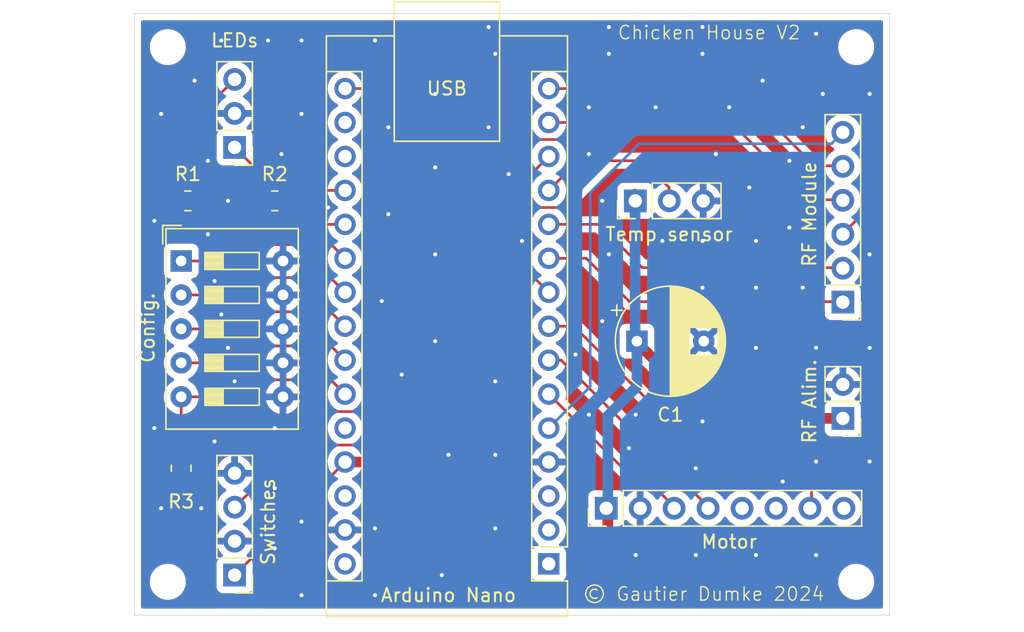
<source format=kicad_pcb>
(kicad_pcb (version 20240108) (generator "pcbnew") (generator_version "8.0")
  (layers (0 "F.Cu" signal) (31 "B.Cu" signal) (34 "B.Paste" user) (35 "F.Paste" user) (36 "B.SilkS" user "B.Silkscreen") (37 "F.SilkS" user "F.Silkscreen") (38 "B.Mask" user) (39 "F.Mask" user) (44 "Edge.Cuts" user))
  (net 0 "")
  (net 1 "Net-(A1-D7)")
  (net 3 "Net-(A1-D11)")
  (net 4 "Net-(A1-A0)")
  (net 5 "Net-(A1-D2)")
  (net 8 "Net-(A1-D10)")
  (net 9 "Net-(A1-D3)")
  (net 10 "Net-(A1-A3)")
  (net 12 "Net-(A1-A5)")
  (net 14 "+5V")
  (net 15 "Net-(A1-D9)")
  (net 16 "Net-(A1-D6)")
  (net 17 "Net-(A1-D4)")
  (net 20 "Net-(A1-A2)")
  (net 21 "Net-(A1-A1)")
  (net 22 "Net-(A1-D5)")
  (net 23 "Net-(A1-A4)")
  (net 24 "GND")
  (net 25 "Net-(A1-A6)")
  (net 26 "Net-(A1-D13)")
  (net 27 "Net-(A1-D12)")
  (net 29 "Net-(J1-Pin_1)")
  (net 30 "Net-(J1-Pin_3)")
  (net 34 "Net-(A1-D8)")
  (footprint "Resistor_SMD:R_0805_2012Metric" (layer "F.Cu") (at 127 108 90)
    (property "Reference" "R3" (at -2.5 0 0) (layer "F.SilkS"))
    (property "Value" "470")
    (pad "1" smd roundrect (at -0.9125 0 90) (size 1.025 1.4) (layers "F.Cu" "F.Paste" "F.Mask") (roundrect_rratio 0.243902) (net 14 "+5V"))
    (pad "2" smd roundrect (at 0.9125 0 90) (size 1.025 1.4) (layers "F.Cu" "F.Paste" "F.Mask") (roundrect_rratio 0.243902) (net 25 "Net-(A1-A6)"))
  )
  (footprint "Connector_PinHeader_2.54mm:PinHeader_1x03_P2.54mm_Vertical" (layer "F.Cu") (at 160.975 88 90)
    (property "Reference" "Temp sensor" (at -2.5 2.525 0) (layer "F.SilkS"))
    (property "Value" "Temperature")
    (pad "1" thru_hole rect (at 0 0 90) (size 1.7 1.7) (drill 1) (layers "*.Cu" "*.Mask") (net 14 "+5V"))
    (pad "2" thru_hole oval (at 0 2.54 90) (size 1.7 1.7) (drill 1) (layers "*.Cu" "*.Mask") (net 16 "Net-(A1-D6)"))
    (pad "3" thru_hole oval (at 0 5.08 90) (size 1.7 1.7) (drill 1) (layers "*.Cu" "*.Mask") (net 24 "GND"))
  )
  (footprint "Connector_PinHeader_2.54mm:PinHeader_1x04_P2.54mm_Vertical" (layer "F.Cu") (at 131 116 180)
    (property "Reference" "Switches" (at -2.5 4 90) (layer "F.SilkS"))
    (property "Value" "Switches")
    (pad "1" thru_hole rect (at 0 0 180) (size 1.7 1.7) (drill 1) (layers "*.Cu" "*.Mask") (net 8 "Net-(A1-D10)"))
    (pad "2" thru_hole oval (at 0 2.54 180) (size 1.7 1.7) (drill 1) (layers "*.Cu" "*.Mask") (net 24 "GND"))
    (pad "3" thru_hole oval (at 0 5.08 180) (size 1.7 1.7) (drill 1) (layers "*.Cu" "*.Mask") (net 15 "Net-(A1-D9)"))
    (pad "4" thru_hole oval (at 0 7.62 180) (size 1.7 1.7) (drill 1) (layers "*.Cu" "*.Mask") (net 24 "GND"))
  )
  (footprint "Button_Switch_THT:SW_DIP_SPSTx05_Slide_9.78x14.88mm_W7.62mm_P2.54mm" (layer "F.Cu") (at 127 92.5)
    (property "Reference" "Config." (at -2.5 5 90) (layer "F.SilkS"))
    (property "Value" "SW_DIP_x05")
    (pad "1" thru_hole rect (at 0 0) (size 1.6 1.6) (drill 0.8) (layers "*.Cu" "*.Mask") (net 20 "Net-(A1-A2)"))
    (pad "2" thru_hole oval (at 0 2.54) (size 1.6 1.6) (drill 0.8) (layers "*.Cu" "*.Mask") (net 10 "Net-(A1-A3)"))
    (pad "3" thru_hole oval (at 0 5.08) (size 1.6 1.6) (drill 0.8) (layers "*.Cu" "*.Mask") (net 23 "Net-(A1-A4)"))
    (pad "4" thru_hole oval (at 0 7.62) (size 1.6 1.6) (drill 0.8) (layers "*.Cu" "*.Mask") (net 12 "Net-(A1-A5)"))
    (pad "5" thru_hole oval (at 0 10.16) (size 1.6 1.6) (drill 0.8) (layers "*.Cu" "*.Mask") (net 25 "Net-(A1-A6)"))
    (pad "6" thru_hole oval (at 7.62 10.16) (size 1.6 1.6) (drill 0.8) (layers "*.Cu" "*.Mask") (net 24 "GND"))
    (pad "7" thru_hole oval (at 7.62 7.62) (size 1.6 1.6) (drill 0.8) (layers "*.Cu" "*.Mask") (net 24 "GND"))
    (pad "8" thru_hole oval (at 7.62 5.08) (size 1.6 1.6) (drill 0.8) (layers "*.Cu" "*.Mask") (net 24 "GND"))
    (pad "9" thru_hole oval (at 7.62 2.54) (size 1.6 1.6) (drill 0.8) (layers "*.Cu" "*.Mask") (net 24 "GND"))
    (pad "10" thru_hole oval (at 7.62 0) (size 1.6 1.6) (drill 0.8) (layers "*.Cu" "*.Mask") (net 24 "GND"))
  )
  (footprint "Connector_PinHeader_2.54mm:PinHeader_1x08_P2.54mm_Vertical" (layer "F.Cu") (at 158.8 111 90)
    (property "Reference" "Motor" (at -2.5 9.2 0) (layer "F.SilkS"))
    (property "Value" "LM239D Shield")
    (pad "1" thru_hole rect (at 0 0 90) (size 1.7 1.7) (drill 1) (layers "*.Cu" "*.Mask") (net 14 "+5V"))
    (pad "2" thru_hole oval (at 0 2.54 90) (size 1.7 1.7) (drill 1) (layers "*.Cu" "*.Mask") (net 24 "GND"))
    (pad "3" thru_hole oval (at 0 5.08 90) (size 1.7 1.7) (drill 1) (layers "*.Cu" "*.Mask") (net 9 "Net-(A1-D3)"))
    (pad "4" thru_hole oval (at 0 7.62 90) (size 1.7 1.7) (drill 1) (layers "*.Cu" "*.Mask") (net 17 "Net-(A1-D4)"))
    (pad "5" thru_hole oval (at 0 10.16 90) (size 1.7 1.7) (drill 1) (layers "*.Cu" "*.Mask"))
    (pad "6" thru_hole oval (at 0 12.7 90) (size 1.7 1.7) (drill 1) (layers "*.Cu" "*.Mask"))
    (pad "7" thru_hole oval (at 0 15.24 90) (size 1.7 1.7) (drill 1) (layers "*.Cu" "*.Mask") (net 22 "Net-(A1-D5)"))
    (pad "8" thru_hole oval (at 0 17.78 90) (size 1.7 1.7) (drill 1) (layers "*.Cu" "*.Mask"))
  )
  (footprint "MountingHole:MountingHole_2.2mm_M2_DIN965" (layer "F.Cu") (at 177.5 116.5)
    (property "Reference" "REF**" (hide yes))
    (property "Value" "MountingHole_2.2mm_M2_DIN965")
    (pad "" np_thru_hole circle (at 0 0) (size 2.2 2.2) (drill 2.2) (layers "F&B.Cu" "*.Mask"))
  )
  (footprint "MountingHole:MountingHole_2.2mm_M2_DIN965" (layer "F.Cu") (at 177.5 76.5)
    (property "Reference" "REF**" (hide yes))
    (property "Value" "MountingHole_2.2mm_M2_DIN965")
    (pad "" np_thru_hole circle (at 0 0) (size 2.2 2.2) (drill 2.2) (layers "F&B.Cu" "*.Mask"))
  )
  (footprint "Connector_PinHeader_2.54mm:PinHeader_1x06_P2.54mm_Vertical" (layer "F.Cu") (at 176.5 95.58 180)
    (property "Reference" "RF Module" (at 2.5 6.58 -90) (layer "F.SilkS"))
    (property "Value" "Conn_01x06")
    (pad "1" thru_hole rect (at 0 0 180) (size 1.7 1.7) (drill 1) (layers "*.Cu" "*.Mask") (net 1 "Net-(A1-D7)"))
    (pad "2" thru_hole oval (at 0 2.54 180) (size 1.7 1.7) (drill 1) (layers "*.Cu" "*.Mask") (net 34 "Net-(A1-D8)"))
    (pad "3" thru_hole oval (at 0 5.08 180) (size 1.7 1.7) (drill 1) (layers "*.Cu" "*.Mask") (net 26 "Net-(A1-D13)"))
    (pad "4" thru_hole oval (at 0 7.62 180) (size 1.7 1.7) (drill 1) (layers "*.Cu" "*.Mask") (net 3 "Net-(A1-D11)"))
    (pad "5" thru_hole oval (at 0 10.16 180) (size 1.7 1.7) (drill 1) (layers "*.Cu" "*.Mask") (net 27 "Net-(A1-D12)"))
    (pad "6" thru_hole oval (at 0 12.7 180) (size 1.7 1.7) (drill 1) (layers "*.Cu" "*.Mask") (net 5 "Net-(A1-D2)"))
  )
  (footprint "Resistor_SMD:R_0805_2012Metric" (layer "F.Cu") (at 127.5 88)
    (property "Reference" "R1" (at 0 -2 0) (layer "F.SilkS"))
    (property "Value" "470")
    (pad "1" smd roundrect (at -0.9125 0) (size 1.025 1.4) (layers "F.Cu" "F.Paste" "F.Mask") (roundrect_rratio 0.243902) (net 30 "Net-(J1-Pin_3)"))
    (pad "2" smd roundrect (at 0.9125 0) (size 1.025 1.4) (layers "F.Cu" "F.Paste" "F.Mask") (roundrect_rratio 0.243902) (net 21 "Net-(A1-A1)"))
  )
  (footprint "Connector_PinHeader_2.54mm:PinHeader_1x03_P2.54mm_Vertical" (layer "F.Cu") (at 131 84 180)
    (property "Reference" "LEDs" (at 0 8 180) (layer "F.SilkS"))
    (property "Value" "LEDs")
    (pad "1" thru_hole rect (at 0 0 180) (size 1.7 1.7) (drill 1) (layers "*.Cu" "*.Mask") (net 29 "Net-(J1-Pin_1)"))
    (pad "2" thru_hole oval (at 0 2.54 180) (size 1.7 1.7) (drill 1) (layers "*.Cu" "*.Mask") (net 24 "GND"))
    (pad "3" thru_hole oval (at 0 5.08 180) (size 1.7 1.7) (drill 1) (layers "*.Cu" "*.Mask") (net 30 "Net-(J1-Pin_3)"))
  )
  (footprint "Resistor_SMD:R_0805_2012Metric" (layer "F.Cu") (at 134 88)
    (property "Reference" "R2" (at 0 -2 0) (layer "F.SilkS"))
    (property "Value" "470")
    (pad "1" smd roundrect (at -0.9125 0) (size 1.025 1.4) (layers "F.Cu" "F.Paste" "F.Mask") (roundrect_rratio 0.243902) (net 29 "Net-(J1-Pin_1)"))
    (pad "2" smd roundrect (at 0.9125 0) (size 1.025 1.4) (layers "F.Cu" "F.Paste" "F.Mask") (roundrect_rratio 0.243902) (net 4 "Net-(A1-A0)"))
  )
  (footprint "Module:Arduino_Nano" (layer "F.Cu") (at 154.5 115.16 180)
    (property "Reference" "Arduino Nano" (at 7.5 -2.34 180) (layer "F.SilkS"))
    (property "Value" "Arduino_Nano_v3.x")
    (fp_text user "USB" (at 7.62 35.56 0) (layer "F.SilkS"))
    (pad "1" thru_hole rect (at 0 0 180) (size 1.6 1.6) (drill 1) (layers "*.Cu" "*.Mask"))
    (pad "2" thru_hole oval (at 0 2.54 180) (size 1.6 1.6) (drill 1) (layers "*.Cu" "*.Mask"))
    (pad "3" thru_hole oval (at 0 5.08 180) (size 1.6 1.6) (drill 1) (layers "*.Cu" "*.Mask"))
    (pad "4" thru_hole oval (at 0 7.62 180) (size 1.6 1.6) (drill 1) (layers "*.Cu" "*.Mask") (net 24 "GND"))
    (pad "5" thru_hole oval (at 0 10.16 180) (size 1.6 1.6) (drill 1) (layers "*.Cu" "*.Mask") (net 5 "Net-(A1-D2)"))
    (pad "6" thru_hole oval (at 0 12.7 180) (size 1.6 1.6) (drill 1) (layers "*.Cu" "*.Mask") (net 9 "Net-(A1-D3)"))
    (pad "7" thru_hole oval (at 0 15.24 180) (size 1.6 1.6) (drill 1) (layers "*.Cu" "*.Mask") (net 17 "Net-(A1-D4)"))
    (pad "8" thru_hole oval (at 0 17.78 180) (size 1.6 1.6) (drill 1) (layers "*.Cu" "*.Mask") (net 22 "Net-(A1-D5)"))
    (pad "9" thru_hole oval (at 0 20.32 180) (size 1.6 1.6) (drill 1) (layers "*.Cu" "*.Mask") (net 16 "Net-(A1-D6)"))
    (pad "10" thru_hole oval (at 0 22.86 180) (size 1.6 1.6) (drill 1) (layers "*.Cu" "*.Mask") (net 1 "Net-(A1-D7)"))
    (pad "11" thru_hole oval (at 0 25.4 180) (size 1.6 1.6) (drill 1) (layers "*.Cu" "*.Mask") (net 34 "Net-(A1-D8)"))
    (pad "12" thru_hole oval (at 0 27.94 180) (size 1.6 1.6) (drill 1) (layers "*.Cu" "*.Mask") (net 15 "Net-(A1-D9)"))
    (pad "13" thru_hole oval (at 0 30.48 180) (size 1.6 1.6) (drill 1) (layers "*.Cu" "*.Mask") (net 8 "Net-(A1-D10)"))
    (pad "14" thru_hole oval (at 0 33.02 180) (size 1.6 1.6) (drill 1) (layers "*.Cu" "*.Mask") (net 3 "Net-(A1-D11)"))
    (pad "15" thru_hole oval (at 0 35.56 180) (size 1.6 1.6) (drill 1) (layers "*.Cu" "*.Mask") (net 27 "Net-(A1-D12)"))
    (pad "16" thru_hole oval (at 15.24 35.56 180) (size 1.6 1.6) (drill 1) (layers "*.Cu" "*.Mask") (net 26 "Net-(A1-D13)"))
    (pad "17" thru_hole oval (at 15.24 33.02 180) (size 1.6 1.6) (drill 1) (layers "*.Cu" "*.Mask"))
    (pad "18" thru_hole oval (at 15.24 30.48 180) (size 1.6 1.6) (drill 1) (layers "*.Cu" "*.Mask"))
    (pad "19" thru_hole oval (at 15.24 27.94 180) (size 1.6 1.6) (drill 1) (layers "*.Cu" "*.Mask") (net 4 "Net-(A1-A0)"))
    (pad "20" thru_hole oval (at 15.24 25.4 180) (size 1.6 1.6) (drill 1) (layers "*.Cu" "*.Mask") (net 21 "Net-(A1-A1)"))
    (pad "21" thru_hole oval (at 15.24 22.86 180) (size 1.6 1.6) (drill 1) (layers "*.Cu" "*.Mask") (net 20 "Net-(A1-A2)"))
    (pad "22" thru_hole oval (at 15.24 20.32 180) (size 1.6 1.6) (drill 1) (layers "*.Cu" "*.Mask") (net 10 "Net-(A1-A3)"))
    (pad "23" thru_hole oval (at 15.24 17.78 180) (size 1.6 1.6) (drill 1) (layers "*.Cu" "*.Mask") (net 23 "Net-(A1-A4)"))
    (pad "24" thru_hole oval (at 15.24 15.24 180) (size 1.6 1.6) (drill 1) (layers "*.Cu" "*.Mask") (net 12 "Net-(A1-A5)"))
    (pad "25" thru_hole oval (at 15.24 12.7 180) (size 1.6 1.6) (drill 1) (layers "*.Cu" "*.Mask") (net 25 "Net-(A1-A6)"))
    (pad "26" thru_hole oval (at 15.24 10.16 180) (size 1.6 1.6) (drill 1) (layers "*.Cu" "*.Mask"))
    (pad "27" thru_hole oval (at 15.24 7.62 180) (size 1.6 1.6) (drill 1) (layers "*.Cu" "*.Mask") (net 14 "+5V"))
    (pad "28" thru_hole oval (at 15.24 5.08 180) (size 1.6 1.6) (drill 1) (layers "*.Cu" "*.Mask"))
    (pad "29" thru_hole oval (at 15.24 2.54 180) (size 1.6 1.6) (drill 1) (layers "*.Cu" "*.Mask") (net 24 "GND"))
    (pad "30" thru_hole oval (at 15.24 0 180) (size 1.6 1.6) (drill 1) (layers "*.Cu" "*.Mask"))
  )
  (footprint "MountingHole:MountingHole_2.2mm_M2_DIN965" (layer "F.Cu") (at 126 116.5)
    (property "Reference" "REF**" (hide yes))
    (property "Value" "MountingHole_2.2mm_M2_DIN965")
    (pad "" np_thru_hole circle (at 0 0) (size 2.2 2.2) (drill 2.2) (layers "F&B.Cu" "*.Mask"))
  )
  (footprint "Connector_PinHeader_2.54mm:PinHeader_1x02_P2.54mm_Vertical" (layer "F.Cu") (at 176.5 104.275 180)
    (property "Reference" "RF Alim." (at 2.5 1.275 270) (layer "F.SilkS"))
    (property "Value" "Conn_01x02")
    (pad "1" thru_hole rect (at 0 0 180) (size 1.7 1.7) (drill 1) (layers "*.Cu" "*.Mask") (net 14 "+5V"))
    (pad "2" thru_hole oval (at 0 2.54 180) (size 1.7 1.7) (drill 1) (layers "*.Cu" "*.Mask") (net 24 "GND"))
  )
  (footprint "MountingHole:MountingHole_2.2mm_M2_DIN965" (layer "F.Cu") (at 126 76.5)
    (property "Reference" "REF**" (hide yes))
    (property "Value" "MountingHole_2.2mm_M2_DIN965")
    (pad "" np_thru_hole circle (at 0 0) (size 2.2 2.2) (drill 2.2) (layers "*.Cu" "*.Mask"))
  )
  (footprint "Capacitor_THT:CP_Radial_D8.0mm_P5.00mm" (layer "F.Cu") (at 161.097349 98.5)
    (property "Reference" "C1" (at 2.5 5.5 0) (layer "F.SilkS"))
    (property "Value" "220µF/16V")
    (pad "1" thru_hole rect (at 0 0) (size 1.6 1.6) (drill 0.8) (layers "*.Cu" "*.Mask") (net 14 "+5V"))
    (pad "2" thru_hole circle (at 5 0) (size 1.6 1.6) (drill 0.8) (layers "*.Cu" "*.Mask") (net 24 "GND"))
  )
  (gr_line (start 180 74) (end 123.5 74) (stroke (width 0.05)) (layer "Edge.Cuts"))
  (gr_line (start 123.5 74) (end 123.5 119) (stroke (width 0.05)) (layer "Edge.Cuts"))
  (gr_line (start 123.5 119) (end 180 119) (stroke (width 0.05)) (layer "Edge.Cuts"))
  (gr_line (start 180 119) (end 180 74) (stroke (width 0.05)) (layer "Edge.Cuts"))
  (gr_text "© Gautier Dumke 2024" (at 157 118 0) (layer "F.SilkS") (effects (font (size 1 1) (thickness 0.1)) (justify left bottom)))
  (gr_text "Chicken House V2" (at 166.5 76 0) (layer "F.SilkS") (effects (font (size 1 1) (thickness 0.1)) (justify bottom)))
  (segment (start 176.5 95.54) (end 160.54 95.54) (width 0.2) (layer "F.Cu") (net 1))
  (segment (start 157.3 92.3) (end 154.5 92.3) (width 0.2) (layer "F.Cu") (net 1))
  (segment (start 160.54 95.54) (end 157.3 92.3) (width 0.2) (layer "F.Cu") (net 1))
  (segment (start 168.14 82.14) (end 154.5 82.14) (width 0.2) (layer "F.Cu") (net 3))
  (segment (start 176.5 87.92) (end 173.92 87.92) (width 0.2) (layer "F.Cu") (net 3))
  (segment (start 173.92 87.92) (end 168.14 82.14) (width 0.2) (layer "F.Cu") (net 3))
  (segment (start 137 88) (end 134.9125 88) (width 0.2) (layer "F.Cu") (net 4))
  (segment (start 139.26 87.22) (end 137.78 87.22) (width 0.2) (layer "F.Cu") (net 4))
  (segment (start 137.78 87.22) (end 137 88) (width 0.2) (layer "F.Cu") (net 4))
  (segment (start 161.27 83.73) (end 157.6 87.4) (width 0.2) (layer "B.Cu") (net 5))
  (segment (start 157.6 101.9) (end 154.5 105) (width 0.2) (layer "B.Cu") (net 5))
  (segment (start 176.5 82.88) (end 175.65 83.73) (width 0.2) (layer "B.Cu") (net 5))
  (segment (start 175.65 83.73) (end 161.27 83.73) (width 0.2) (layer "B.Cu") (net 5))
  (segment (start 157.6 87.4) (end 157.6 101.9) (width 0.2) (layer "B.Cu") (net 5))
  (segment (start 135.4 111.6) (end 131 116) (width 0.2) (layer "F.Cu") (net 8))
  (segment (start 135.4 109.1) (end 135.4 111.6) (width 0.2) (layer "F.Cu") (net 8))
  (segment (start 150 97) (end 140.731989 106.268011) (width 0.2) (layer "F.Cu") (net 8))
  (segment (start 139.887624 106.268011) (end 139.885886 106.269749) (width 0.2) (layer "F.Cu") (net 8))
  (segment (start 140.731989 106.268011) (end 139.887624 106.268011) (width 0.2) (layer "F.Cu") (net 8))
  (segment (start 138.230251 106.269749) (end 137 107.5) (width 0.2) (layer "F.Cu") (net 8))
  (segment (start 137 107.5) (end 135.4 109.1) (width 0.2) (layer "F.Cu") (net 8))
  (segment (start 154.5 84.68) (end 150 89.18) (width 0.2) (layer "F.Cu") (net 8))
  (segment (start 139.885886 106.269749) (end 138.230251 106.269749) (width 0.2) (layer "F.Cu") (net 8))
  (segment (start 150 89.18) (end 150 97) (width 0.2) (layer "F.Cu") (net 8))
  (segment (start 164 111) (end 161.1 108.1) (width 0.2) (layer "F.Cu") (net 9))
  (segment (start 160.14 108.1) (end 154.5 102.46) (width 0.2) (layer "F.Cu") (net 9))
  (segment (start 161.1 108.1) (end 160.14 108.1) (width 0.2) (layer "F.Cu") (net 9))
  (segment (start 138.164528 93.744528) (end 139.26 94.84) (width 0.2) (layer "F.Cu") (net 10))
  (segment (start 130.46 95.04) (end 131.755472 93.744528) (width 0.2) (layer "F.Cu") (net 10))
  (segment (start 127 95.04) (end 130.46 95.04) (width 0.2) (layer "F.Cu") (net 10))
  (segment (start 131.755472 93.744528) (end 138.164528 93.744528) (width 0.2) (layer "F.Cu") (net 10))
  (segment (start 127 100.12) (end 131.38 100.12) (width 0.2) (layer "F.Cu") (net 12))
  (segment (start 132.646576 98.853424) (end 138.193424 98.853424) (width 0.2) (layer "F.Cu") (net 12))
  (segment (start 138.193424 98.853424) (end 139.26 99.92) (width 0.2) (layer "F.Cu") (net 12))
  (segment (start 131.38 100.12) (end 132.646576 98.853424) (width 0.2) (layer "F.Cu") (net 12))
  (segment (start 127 112.5) (end 129 114.5) (width 0.2) (layer "F.Cu") (net 14))
  (segment (start 176.5 104.275) (end 169.775 104.275) (width 0.8) (layer "F.Cu") (net 14))
  (segment (start 152 117) (end 142.54 107.54) (width 0.8) (layer "F.Cu") (net 14))
  (segment (start 137 109.8) (end 139.26 107.54) (width 0.2) (layer "F.Cu") (net 14))
  (segment (start 161.097349 98.597349) (end 161.097349 98.5) (width 0.8) (layer "F.Cu") (net 14))
  (segment (start 130 118) (end 132.5 118) (width 0.2) (layer "F.Cu") (net 14))
  (segment (start 158.92 111) (end 158.92 114.08) (width 0.8) (layer "F.Cu") (net 14))
  (segment (start 158.92 114.08) (end 156 117) (width 0.8) (layer "F.Cu") (net 14))
  (segment (start 142.54 107.54) (end 139.26 107.54) (width 0.8) (layer "F.Cu") (net 14))
  (segment (start 169.775 104.275) (end 166.5 101) (width 0.8) (layer "F.Cu") (net 14))
  (segment (start 127 108.9125) (end 127 112.5) (width 0.2) (layer "F.Cu") (net 14))
  (segment (start 132.5 118) (end 137 113.5) (width 0.2) (layer "F.Cu") (net 14))
  (segment (start 163.5 101) (end 161.097349 98.597349) (width 0.8) (layer "F.Cu") (net 14))
  (segment (start 137 113.5) (end 137 109.8) (width 0.2) (layer "F.Cu") (net 14))
  (segment (start 129 114.5) (end 129 117) (width 0.2) (layer "F.Cu") (net 14))
  (segment (start 166.5 101) (end 163.5 101) (width 0.8) (layer "F.Cu") (net 14))
  (segment (start 129 117) (end 130 118) (width 0.2) (layer "F.Cu") (net 14))
  (segment (start 156 117) (end 152 117) (width 0.8) (layer "F.Cu") (net 14))
  (segment (start 158.92 111) (end 158.92 104.08) (width 0.8) (layer "B.Cu") (net 14))
  (segment (start 160.96 87.5) (end 160.96 98.362651) (width 0.8) (layer "B.Cu") (net 14))
  (segment (start 158.92 104.08) (end 161.097349 101.902651) (width 0.8) (layer "B.Cu") (net 14))
  (segment (start 161.097349 101.902651) (end 161.097349 98.5) (width 0.8) (layer "B.Cu") (net 14))
  (segment (start 160.96 98.362651) (end 161.097349 98.5) (width 0.8) (layer "B.Cu") (net 14))
  (segment (start 156 85.72) (end 156 84) (width 0.2) (layer "F.Cu") (net 15))
  (segment (start 148 93) (end 142 99) (width 0.2) (layer "F.Cu") (net 15))
  (segment (start 140.232584 103.767416) (end 138.152584 103.767416) (width 0.2) (layer "F.Cu") (net 15))
  (segment (start 138.152584 103.767416) (end 131 110.92) (width 0.2) (layer "F.Cu") (net 15))
  (segment (start 148 87.5) (end 148 93) (width 0.2) (layer "F.Cu") (net 15))
  (segment (start 142 102) (end 140.232584 103.767416) (width 0.2) (layer "F.Cu") (net 15))
  (segment (start 154.5 87.22) (end 156 85.72) (width 0.2) (layer "F.Cu") (net 15))
  (segment (start 142 99) (end 142 102) (width 0.2) (layer "F.Cu") (net 15))
  (segment (start 155.413838 83.413838) (end 152.086162 83.413838) (width 0.2) (layer "F.Cu") (net 15))
  (segment (start 156 84) (end 155.413838 83.413838) (width 0.2) (layer "F.Cu") (net 15))
  (segment (start 152.086162 83.413838) (end 148 87.5) (width 0.2) (layer "F.Cu") (net 15))
  (segment (start 159 85) (end 155.5 88.5) (width 0.2) (layer "F.Cu") (net 16))
  (segment (start 153 88.5) (end 151.5 90) (width 0.2) (layer "F.Cu") (net 16))
  (segment (start 151.5 90) (end 151.5 91.84) (width 0.2) (layer "F.Cu") (net 16))
  (segment (start 151.5 91.84) (end 154.5 94.84) (width 0.2) (layer "F.Cu") (net 16))
  (segment (start 163.5 87.5) (end 163.5 87) (width 0.2) (layer "F.Cu") (net 16))
  (segment (start 155.5 88.5) (end 153 88.5) (width 0.2) (layer "F.Cu") (net 16))
  (segment (start 163.5 87) (end 161.5 85) (width 0.2) (layer "F.Cu") (net 16))
  (segment (start 161.5 85) (end 159 85) (width 0.2) (layer "F.Cu") (net 16))
  (segment (start 164 108.46) (end 166.54 111) (width 0.2) (layer "F.Cu") (net 17))
  (segment (start 163.96 108.46) (end 164 108.46) (width 0.2) (layer "F.Cu") (net 17))
  (segment (start 155.42 99.92) (end 163.96 108.46) (width 0.2) (layer "F.Cu") (net 17))
  (segment (start 154.5 99.92) (end 155.42 99.92) (width 0.2) (layer "F.Cu") (net 17))
  (segment (start 130 92.5) (end 131.229465 91.270535) (width 0.2) (layer "F.Cu") (net 20))
  (segment (start 131.229465 91.270535) (end 138.230535 91.270535) (width 0.2) (layer "F.Cu") (net 20))
  (segment (start 127 92.5) (end 130 92.5) (width 0.2) (layer "F.Cu") (net 20))
  (segment (start 138.230535 91.270535) (end 139.26 92.3) (width 0.2) (layer "F.Cu") (net 20))
  (segment (start 139.26 89.76) (end 130.1725 89.76) (width 0.2) (layer "F.Cu") (net 21))
  (segment (start 130.1725 89.76) (end 128.4125 88) (width 0.2) (layer "F.Cu") (net 21))
  (segment (start 156.38 97.38) (end 154.5 97.38) (width 0.2) (layer "F.Cu") (net 22))
  (segment (start 174.16 109.16) (end 172 107) (width 0.2) (layer "F.Cu") (net 22))
  (segment (start 166 107) (end 156.38 97.38) (width 0.2) (layer "F.Cu") (net 22))
  (segment (start 172 107) (end 166 107) (width 0.2) (layer "F.Cu") (net 22))
  (segment (start 174.16 111) (end 174.16 109.16) (width 0.2) (layer "F.Cu") (net 22))
  (segment (start 132.201024 96.298976) (end 138.178976 96.298976) (width 0.2) (layer "F.Cu") (net 23))
  (segment (start 127 97.58) (end 130.92 97.58) (width 0.2) (layer "F.Cu") (net 23))
  (segment (start 138.178976 96.298976) (end 139.26 97.38) (width 0.2) (layer "F.Cu") (net 23))
  (segment (start 130.92 97.58) (end 132.201024 96.298976) (width 0.2) (layer "F.Cu") (net 23))
  (via (at 136 112) (size 0.6) (drill 0.3) (layers "F.Cu" "B.Cu") (net 24))
  (via (at 134 109.5) (size 0.6) (drill 0.3) (layers "F.Cu" "B.Cu") (net 24))
  (via (at 125.5 81.5) (size 0.6) (drill 0.3) (layers "F.Cu" "B.Cu") (net 24))
  (via (at 128 79) (size 0.6) (drill 0.3) (layers "F.Cu" "B.Cu") (net 24))
  (via (at 125 105) (size 0.6) (drill 0.3) (layers "F.Cu" "B.Cu") (net 24))
  (via (at 129.5 94) (size 0.6) (drill 0.3) (layers "F.Cu" "B.Cu") (net 24))
  (via (at 146 80) (size 0.6) (drill 0.3) (layers "F.Cu" "B.Cu") (net 24))
  (via (at 134 105) (size 0.6) (drill 0.3) (layers "F.Cu" "B.Cu") (net 24))
  (via (at 161 114.5) (size 0.6) (drill 0.3) (layers "F.Cu" "B.Cu") (net 24))
  (via (at 174.5 99) (size 0.6) (drill 0.3) (layers "F.Cu" "B.Cu") (net 24))
  (via (at 175 80) (size 0.6) (drill 0.3) (layers "F.Cu" "B.Cu") (net 24))
  (via (at 143.5 101) (size 0.6) (drill 0.3) (layers "F.Cu" "B.Cu") (net 24))
  (via (at 166 91) (size 0.6) (drill 0.3) (layers "F.Cu" "B.Cu") (net 24))
  (via (at 146 85.5) (size 0.6) (drill 0.3) (layers "F.Cu" "B.Cu") (net 24))
  (via (at 141.5 117.5) (size 0.6) (drill 0.3) (layers "F.Cu" "B.Cu") (net 24))
  (via (at 142.5 89) (size 0.6) (drill 0.3) (layers "F.Cu" "B.Cu") (net 24))
  (via (at 167 84.5) (size 0.6) (drill 0.3) (layers "F.Cu" "B.Cu") (net 24))
  (via (at 130 96.5) (size 0.6) (drill 0.3) (layers "F.Cu" "B.Cu") (net 24))
  (via (at 166 77) (size 0.6) (drill 0.3) (layers "F.Cu" "B.Cu") (net 24))
  (via (at 151.5 86) (size 0.6) (drill 0.3) (layers "F.Cu" "B.Cu") (net 24))
  (via (at 162.5 81) (size 0.6) (drill 0.3) (layers "F.Cu" "B.Cu") (net 24))
  (via (at 130.5 99) (size 0.6) (drill 0.3) (layers "F.Cu" "B.Cu") (net 24))
  (via (at 129 90.5) (size 0.6) (drill 0.3) (layers "F.Cu" "B.Cu") (net 24))
  (via (at 125.5 111) (size 0.6) (drill 0.3) (layers "F.Cu" "B.Cu") (net 24))
  (via (at 129 85) (size 0.6) (drill 0.3) (layers "F.Cu" "B.Cu") (net 24))
  (via (at 170.5 79) (size 0.6) (drill 0.3) (layers "F.Cu" "B.Cu") (net 24))
  (via (at 125 89.5) (size 0.6) (drill 0.3) (layers "F.Cu" "B.Cu") (net 24))
  (via (at 159 75) (size 0.6) (drill 0.3) (layers "F.Cu" "B.Cu") (net 24))
  (via (at 131 101.5) (size 0.6) (drill 0.3) (layers "F.Cu" "B.Cu") (net 24))
  (via (at 147 107) (size 0.6) (drill 0.3) (layers "F.Cu" "B.Cu") (net 24))
  (via (at 141.5 112.5) (size 0.6) (drill 0.3) (layers "F.Cu" "B.Cu") (net 24))
  (via (at 158.5 97) (size 0.6) (drill 0.3) (layers "F.Cu" "B.Cu") (net 24))
  (via (at 165.5 108) (size 0.6) (drill 0.3) (layers "F.Cu" "B.Cu") (net 24))
  (via (at 136 76) (size 0.6) (drill 0.3) (layers "F.Cu" "B.Cu") (net 24))
  (via (at 166 104.5) (size 0.6) (drill 0.3) (layers "F.Cu" "B.Cu") (net 24))
  (via (at 150.5 77) (size 0.6) (drill 0.3) (layers "F.Cu" "B.Cu") (net 24))
  (via (at 128.5 111) (size 0.6) (drill 0.3) (layers "F.Cu" "B.Cu") (net 24))
  (via (at 156.5 99.5) (size 0.6) (drill 0.3) (layers "F.Cu" "B.Cu") (net 24))
  (via (at 174.5 107.5) (size 0.6) (drill 0.3) (layers "F.Cu" "B.Cu") (net 24))
  (via (at 169.5 87) (size 0.6) (drill 0.3) (layers "F.Cu" "B.Cu") (net 24))
  (via (at 165.5 114.5) (size 0.6) (drill 0.3) (layers "F.Cu" "B.Cu") (net 24))
  (via (at 170 99) (size 0.6) (drill 0.3) (layers "F.Cu" "B.Cu") (net 24))
  (via (at 130.5 88) (size 0.6) (drill 0.3) (layers "F.Cu" "B.Cu") (net 24))
  (via (at 157.5 104) (size 0.6) (drill 0.3) (layers "F.Cu" "B.Cu") (net 24))
  (via (at 146 98.5) (size 0.6) (drill 0.3) (layers "F.Cu" "B.Cu") (net 24))
  (via (at 174.5 75.5) (size 0.6) (drill 0.3) (layers "F.Cu" "B.Cu") (net 24))
  (via (at 134.5 84.5) (size 0.6) (drill 0.3) (layers "F.Cu" "B.Cu") (net 24))
  (via (at 166 94.5) (size 0.6) (drill 0.3) (layers "F.Cu" "B.Cu") (net 24))
  (via (at 150 75) (size 0.6) (drill 0.3) (layers "F.Cu" "B.Cu") (net 24))
  (via (at 157.5 84.5) (size 0.6) (drill 0.3) (layers "F.Cu" "B.Cu") (net 24))
  (via (at 178.5 99) (size 0.6) (drill 0.3) (layers "F.Cu" "B.Cu") (net 24))
  (via (at 173.5 82.5) (size 0.6) (drill 0.3) (layers "F.Cu" "B.Cu") (net 24))
  (via (at 166 75) (size 0.6) (drill 0.3) (layers "F.Cu" "B.Cu") (net 24))
  (via (at 134 114) (size 0.6) (drill 0.3) (layers "F.Cu" "B.Cu") (net 24))
  (via (at 142.5 82.5) (size 0.6) (drill 0.3) (layers "F.Cu" "B.Cu") (net 24))
  (via (at 159 77) (size 0.6) (drill 0.3) (layers "F.Cu" "B.Cu") (net 24))
  (via (at 172.5 85) (size 0.6) (drill 0.3) (layers "F.Cu" "B.Cu") (net 24))
  (via (at 138 88.5) (size 0.6) (drill 0.3) (layers "F.Cu" "B.Cu") (net 24))
  (via (at 170 94.5) (size 0.6) (drill 0.3) (layers "F.Cu" "B.Cu") (net 24))
  (via (at 161 104) (size 0.6) (drill 0.3) (layers "F.Cu" "B.Cu") (net 24))
  (via (at 150.5 107) (size 0.6) (drill 0.3) (layers "F.Cu" "B.Cu") (net 24))
  (via (at 173.5 94.5) (size 0.6) (drill 0.3) (layers "F.Cu" "B.Cu") (net 24))
  (via (at 150.5 112.5) (size 0.6) (drill 0.3) (layers "F.Cu" "B.Cu") (net 24))
  (via (at 142 95.5) (size 0.6) (drill 0.3) (layers "F.Cu" "B.Cu") (net 24))
  (via (at 133.5 76) (size 0.6) (drill 0.3) (layers "F.Cu" "B.Cu") (net 24))
  (via (at 136 117.5) (size 0.6) (drill 0.3) (layers "F.Cu" "B.Cu") (net 24))
  (via (at 141.5 76) (size 0.6) (drill 0.3) (layers "F.Cu" "B.Cu") (net 24))
  (via (at 158.5 88) (size 0.6) (drill 0.3) (layers "F.Cu" "B.Cu") (net 24))
  (via (at 146.5 116) (size 0.6) (drill 0.3) (layers "F.Cu" "B.Cu") (net 24))
  (via (at 178.5 80) (size 0.6) (drill 0.3) (layers "F.Cu" "B.Cu") (net 24))
  (via (at 168 81) (size 0.6) (drill 0.3) (layers "F.Cu" "B.Cu") (net 24))
  (via (at 150.5 101.5) (size 0.6) (drill 0.3) (layers "F.Cu" "B.Cu") (net 24))
  (via (at 146 92) (size 0.6) (drill 0.3) (layers "F.Cu" "B.Cu") (net 24))
  (via (at 174.5 114.5) (size 0.6) (drill 0.3) (layers "F.Cu" "B.Cu") (net 24))
  (via (at 157.5 81) (size 0.6) (drill 0.3) (layers "F.Cu" "B.Cu") (net 24))
  (via (at 178.5 92) (size 0.6) (drill 0.3) (layers "F.Cu" "B.Cu") (net 24))
  (via (at 170 91) (size 0.6) (drill 0.3) (layers "F.Cu" "B.Cu") (net 24))
  (via (at 130 76) (size 0.6) (drill 0.3) (layers "F.Cu" "B.Cu") (net 24))
  (via (at 163 91) (size 0.6) (drill 0.3) (layers "F.Cu" "B.Cu") (net 24))
  (via (at 159 92) (size 0.6) (drill 0.3) (layers "F.Cu" "B.Cu") (net 24))
  (via (at 150 82.5) (size 0.6) (drill 0.3) (layers "F.Cu" "B.Cu") (net 24))
  (via (at 170 114.5) (size 0.6) (drill 0.3) (layers "F.Cu" "B.Cu") (net 24))
  (via (at 172.5 90) (size 0.6) (drill 0.3) (layers "F.Cu" "B.Cu") (net 24))
  (via (at 129.5 106) (size 0.6) (drill 0.3) (layers "F.Cu" "B.Cu") (net 24))
  (via (at 152.5 91) (size 0.6) (drill 0.3) (layers "F.Cu" "B.Cu") (net 24))
  (via (at 178.5 107.5) (size 0.6) (drill 0.3) (layers "F.Cu" "B.Cu") (net 24))
  (via (at 136 81.5) (size 0.6) (drill 0.3) (layers "F.Cu" "B.Cu") (net 24))
  (via (at 172 109) (size 0.6) (drill 0.3) (layers "F.Cu" "B.Cu") (net 24))
  (via (at 160.5 106.5) (size 0.6) (drill 0.3) (layers "F.Cu" "B.Cu") (net 24))
  (segment (start 138.187758 101.387758) (end 139.26 102.46) (width 0.2) (layer "F.Cu") (net 25))
  (segment (start 133.112242 101.387758) (end 138.187758 101.387758) (width 0.2) (layer "F.Cu") (net 25))
  (segment (start 131.84 102.66) (end 133.112242 101.387758) (width 0.2) (layer "F.Cu") (net 25))
  (segment (start 127 102.66) (end 127 107.0875) (width 0.2) (layer "F.Cu") (net 25))
  (segment (start 127 102.66) (end 131.84 102.66) (width 0.2) (layer "F.Cu") (net 25))
  (segment (start 178.5 88.46) (end 178.5 81.5) (width 0.2) (layer "F.Cu") (net 26))
  (segment (start 143.9 79.6) (end 139.26 79.6) (width 0.2) (layer "F.Cu") (net 26))
  (segment (start 178.5 81.5) (end 173 76) (width 0.2) (layer "F.Cu") (net 26))
  (segment (start 176.5 90.46) (end 178.5 88.46) (width 0.2) (layer "F.Cu") (net 26))
  (segment (start 173 76) (end 147.5 76) (width 0.2) (layer "F.Cu") (net 26))
  (segment (start 147.5 76) (end 143.9 79.6) (width 0.2) (layer "F.Cu") (net 26))
  (segment (start 168.6 79.6) (end 154.5 79.6) (width 0.2) (layer "F.Cu") (net 27))
  (segment (start 174.38 85.38) (end 168.6 79.6) (width 0.2) (layer "F.Cu") (net 27))
  (segment (start 176.5 85.38) (end 174.38 85.38) (width 0.2) (layer "F.Cu") (net 27))
  (segment (start 133.0875 88) (end 133.0875 86.0875) (width 0.2) (layer "F.Cu") (net 29))
  (segment (start 133.0875 86.0875) (end 131 84) (width 0.2) (layer "F.Cu") (net 29))
  (segment (start 131.5875 84.0875) (end 131.5 84) (width 0.2) (layer "F.Cu") (net 29))
  (segment (start 126.5875 88) (end 126.5875 83.3325) (width 0.2) (layer "F.Cu") (net 30))
  (segment (start 126.5875 83.3325) (end 131 78.92) (width 0.2) (layer "F.Cu") (net 30))
  (segment (start 158.26 89.76) (end 154.5 89.76) (width 0.2) (layer "F.Cu") (net 34))
  (segment (start 161.5 93) (end 158.26 89.76) (width 0.2) (layer "F.Cu") (net 34))
  (segment (start 176.5 93) (end 161.5 93) (width 0.2) (layer "F.Cu") (net 34))
  (zone (net 24) (net_name "GND") (layer "F.Cu") (connect_pads (clearance 0.5)) (min_thickness 0.25) (fill yes (thermal_gap 0.5) (thermal_bridge_width 0.5))
    (polygon (pts (xy 123.5 74) (xy 180 74) (xy 180 119) (xy 123.5 119)))
  )
  (zone (net 24) (net_name "GND") (layer "B.Cu") (priority 1) (connect_pads (clearance 0.5)) (min_thickness 0.25) (fill yes (thermal_gap 0.5) (thermal_bridge_width 0.5))
    (polygon (pts (xy 123.5 74) (xy 180 74) (xy 180 119) (xy 123.5 119)))
  )
)
</source>
